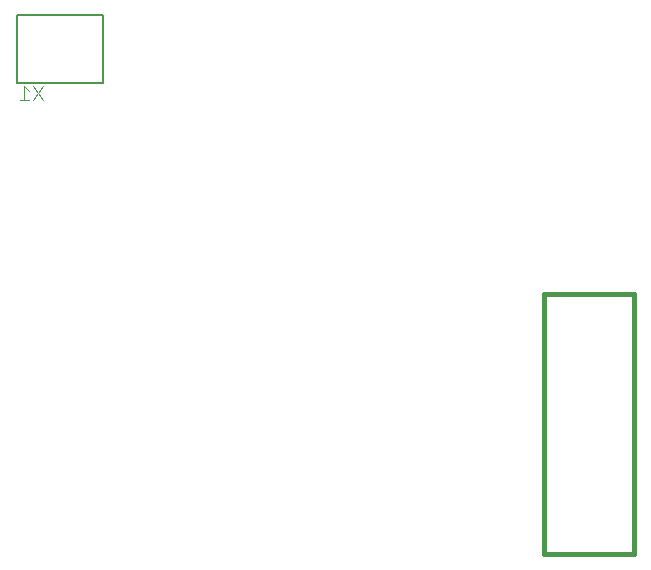
<source format=gbo>
G75*
%MOIN*%
%OFA0B0*%
%FSLAX24Y24*%
%IPPOS*%
%LPD*%
%AMOC8*
5,1,8,0,0,1.08239X$1,22.5*
%
%ADD10C,0.0080*%
%ADD11C,0.0040*%
%ADD12C,0.0160*%
D10*
X014156Y020901D02*
X017030Y020901D01*
X017030Y023174D01*
X014156Y023174D01*
X014156Y020901D01*
D11*
X014250Y020332D02*
X014557Y020332D01*
X014710Y020332D02*
X015017Y020792D01*
X014710Y020792D02*
X015017Y020332D01*
X014557Y020639D02*
X014403Y020792D01*
X014403Y020332D01*
D12*
X031729Y013861D02*
X034721Y013861D01*
X034721Y005200D01*
X031729Y005200D01*
X031729Y013861D01*
M02*

</source>
